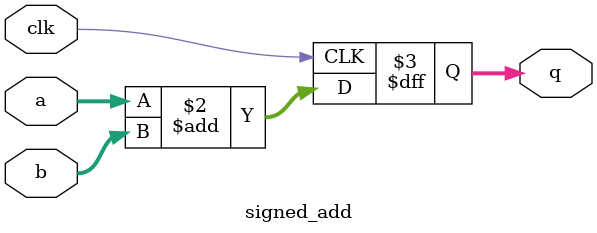
<source format=sv>
module signed_add (clk, a, b, q);
	parameter WIDTH=8;
	input logic clk;
	input logic signed [WIDTH-1:0] a, b;
	output logic signed [WIDTH-1:0] q;	

// assign q = a + b;

always_ff @(posedge clk) begin
	q <= a + b;
end

// `ifdef COCOTB_SIM
// initial begin
//   $dumpfile ("trace.vcd");
//   $dumpvars (0, signed_add);
// end
// `endif
endmodule : signed_add


</source>
